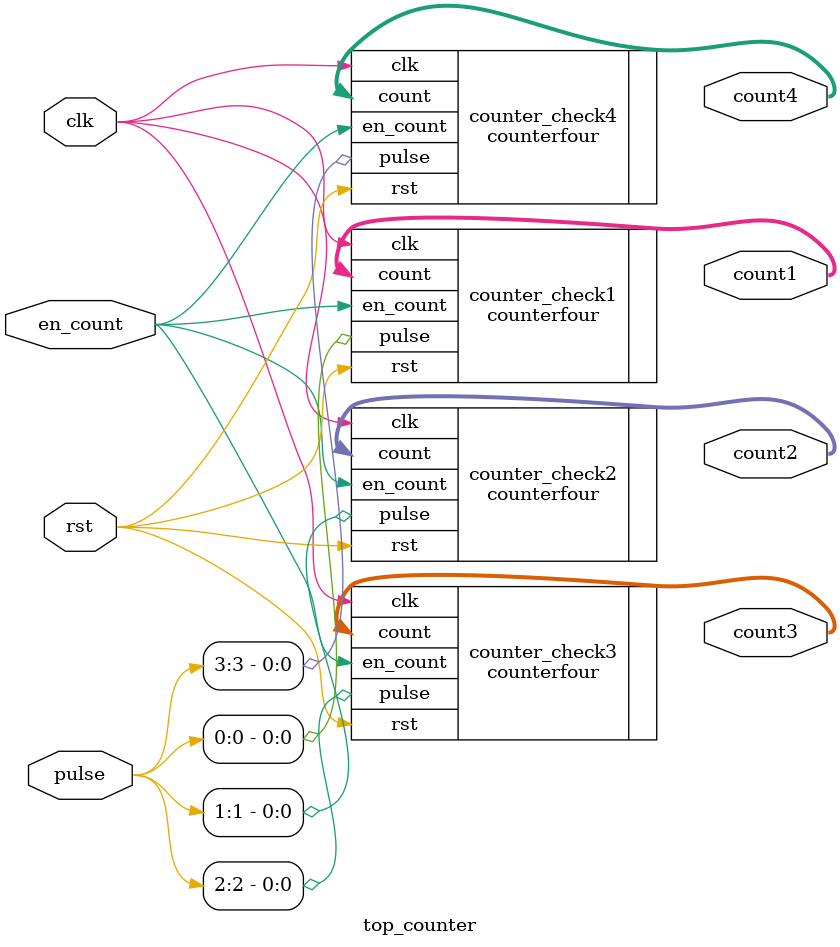
<source format=v>
module top_counter(
    input               clk,
    input               rst,
    input       [3:0]   pulse,
    input               en_count,
    output      [15:0]   count1,
    output      [15:0]   count2,
    output      [15:0]   count3,
    output      [15:0]   count4
);

// Á¬½Ó pulse[0] µÄ¼ÆÊýÄ£¿é
counterfour counter_check1(
    .clk        (clk),
    .rst        (rst),
    .pulse      (pulse[0]),
    .en_count   (en_count),
    .count      (count1)
);

// Á¬½Ó pulse[1] µÄ¼ÆÊýÄ£¿é
counterfour counter_check2(
    .clk        (clk),
    .rst        (rst),
    .pulse      (pulse[1]),
    .en_count   (en_count),
    .count      (count2)
);

// Á¬½Ó pulse[2] µÄ¼ÆÊýÄ£¿é
counterfour counter_check3(
    .clk        (clk),
    .rst        (rst),
    .pulse      (pulse[2]),
    .en_count   (en_count),
    .count      (count3)
);

// Á¬½Ó pulse[3] µÄ¼ÆÊýÄ£¿é
counterfour counter_check4(
    .clk        (clk),
    .rst        (rst),
    .pulse      (pulse[3]),
    .en_count   (en_count),
    .count      (count4)
);

endmodule
</source>
